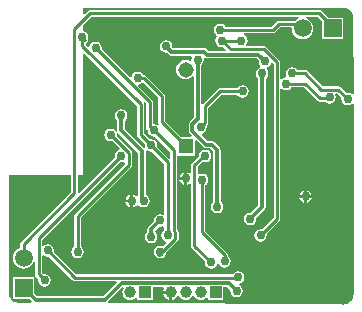
<source format=gbl>
G04*
G04 #@! TF.GenerationSoftware,Altium Limited,Altium Designer,18.0.9 (584)*
G04*
G04 Layer_Physical_Order=2*
G04 Layer_Color=16711680*
%FSLAX25Y25*%
%MOIN*%
G70*
G01*
G75*
%ADD14C,0.01000*%
%ADD56C,0.01200*%
%ADD57C,0.05150*%
%ADD58R,0.05150X0.05150*%
%ADD59R,0.03937X0.03937*%
%ADD60C,0.03937*%
%ADD61C,0.05906*%
%ADD62R,0.05906X0.05906*%
%ADD63R,0.05906X0.05906*%
%ADD64C,0.03000*%
G36*
X213013Y199339D02*
X213645Y199077D01*
X214213Y198697D01*
X214697Y198213D01*
X215077Y197645D01*
X215339Y197013D01*
X215472Y196342D01*
Y196067D01*
X215469Y196035D01*
X215471Y196024D01*
X215422Y195779D01*
X215422Y195722D01*
X215472Y195468D01*
X215488Y170705D01*
X215132Y170561D01*
X214988Y170531D01*
X214319Y170978D01*
X213500Y171141D01*
X213037Y171049D01*
X211193Y172893D01*
X210829Y173136D01*
X210400Y173222D01*
X210400Y173222D01*
X205240D01*
X200169Y178293D01*
X199805Y178536D01*
X199376Y178622D01*
X199376Y178622D01*
X196776D01*
X196514Y179014D01*
X195819Y179478D01*
X195000Y179641D01*
X194181Y179478D01*
X193486Y179014D01*
X193022Y178319D01*
X192859Y177500D01*
X193022Y176681D01*
X193078Y176597D01*
X192807Y176103D01*
X192181Y175978D01*
X191622Y175605D01*
X191122Y175800D01*
Y181177D01*
X191122Y181177D01*
X191036Y181606D01*
X190793Y181970D01*
X190793Y181970D01*
X186470Y186293D01*
X186106Y186536D01*
X185677Y186622D01*
X185677Y186622D01*
X180039D01*
X179771Y187122D01*
X180078Y187581D01*
X180241Y188400D01*
X180078Y189219D01*
X179614Y189914D01*
X178919Y190378D01*
X178918Y190378D01*
X178967Y190878D01*
X188500D01*
X188500Y190878D01*
X188929Y190964D01*
X189293Y191207D01*
X190965Y192878D01*
X194587D01*
X194917Y192502D01*
X194917Y192500D01*
X195039Y191573D01*
X195397Y190708D01*
X195966Y189966D01*
X196708Y189397D01*
X197573Y189039D01*
X198500Y188917D01*
X199427Y189039D01*
X200292Y189397D01*
X201034Y189966D01*
X201603Y190708D01*
X201961Y191573D01*
X202083Y192500D01*
X201961Y193427D01*
X201603Y194292D01*
X201034Y195034D01*
X200292Y195603D01*
X199579Y195898D01*
X199679Y196398D01*
X203665D01*
X204947Y195117D01*
Y188947D01*
X212053D01*
Y196053D01*
X207183D01*
X204923Y198313D01*
X204559Y198556D01*
X204130Y198642D01*
X204130Y198642D01*
X127760D01*
X127331Y198556D01*
X126967Y198313D01*
X126967Y198313D01*
X125824Y197171D01*
X125363Y197362D01*
X125367Y199472D01*
X211433D01*
X211465Y199469D01*
X211476Y199471D01*
X211722Y199422D01*
X211778D01*
X212032Y199472D01*
X212342D01*
X213013Y199339D01*
D02*
G37*
G36*
X197421Y195898D02*
X196708Y195603D01*
X196080Y195122D01*
X190500D01*
X190500Y195122D01*
X190071Y195036D01*
X189707Y194793D01*
X189707Y194793D01*
X188035Y193122D01*
X172776D01*
X172514Y193514D01*
X171819Y193978D01*
X171000Y194141D01*
X170181Y193978D01*
X169486Y193514D01*
X169022Y192819D01*
X168859Y192000D01*
X169022Y191181D01*
X169486Y190486D01*
X169781Y190289D01*
X170086Y189914D01*
X169622Y189219D01*
X169459Y188400D01*
X169622Y187581D01*
X170086Y186886D01*
X170781Y186422D01*
X171600Y186259D01*
X172063Y186351D01*
X172928Y185485D01*
X172737Y185023D01*
X167207D01*
X166665Y185565D01*
X166268Y185830D01*
X165800Y185924D01*
X155472D01*
X155110Y186342D01*
X155141Y186500D01*
X154978Y187319D01*
X154514Y188014D01*
X153819Y188478D01*
X153000Y188641D01*
X152181Y188478D01*
X151486Y188014D01*
X151022Y187319D01*
X150859Y186500D01*
X151022Y185681D01*
X151486Y184986D01*
X152181Y184522D01*
X153000Y184359D01*
X153343Y184427D01*
X153935Y183835D01*
X154332Y183570D01*
X154800Y183476D01*
X161431D01*
X161666Y183036D01*
X161522Y182819D01*
X161359Y182000D01*
X161368Y181955D01*
X160920Y181643D01*
X160329Y181888D01*
X159500Y181998D01*
X158671Y181888D01*
X157899Y181569D01*
X157236Y181060D01*
X156727Y180396D01*
X156407Y179624D01*
X156298Y178795D01*
X156407Y177966D01*
X156727Y177194D01*
X157236Y176531D01*
X157899Y176022D01*
X158671Y175702D01*
X159500Y175593D01*
X160329Y175702D01*
X161101Y176022D01*
X161764Y176531D01*
X161776Y176547D01*
X162276Y176377D01*
Y162825D01*
X160935Y161484D01*
X160670Y161087D01*
X160576Y160618D01*
Y158382D01*
X160670Y157913D01*
X160935Y157517D01*
X161610Y156842D01*
X161418Y156379D01*
X157911D01*
X152622Y161669D01*
Y170000D01*
X152622Y170000D01*
X152536Y170429D01*
X152293Y170793D01*
X152293Y170793D01*
X146293Y176793D01*
X145929Y177036D01*
X145500Y177122D01*
X145500Y177122D01*
X145276D01*
X145014Y177514D01*
X144319Y177978D01*
X143500Y178141D01*
X142681Y177978D01*
X141986Y177514D01*
X141522Y176819D01*
X141431Y176362D01*
X140888Y176198D01*
X131549Y185537D01*
X131641Y186000D01*
X131478Y186819D01*
X131014Y187514D01*
X130319Y187978D01*
X129500Y188141D01*
X128681Y187978D01*
X127986Y187514D01*
X127522Y186819D01*
X127460Y186510D01*
X126918Y186345D01*
X126229Y187034D01*
X126316Y187561D01*
X126329Y187564D01*
X126693Y187807D01*
X126936Y188171D01*
X127022Y188600D01*
X126992Y188749D01*
X127141Y189500D01*
X126978Y190319D01*
X126514Y191014D01*
X125819Y191478D01*
X125351Y191571D01*
X125355Y193529D01*
X128225Y196398D01*
X197321D01*
X197421Y195898D01*
D02*
G37*
G36*
X166232Y182670D02*
X166700Y182577D01*
X183193D01*
X183927Y181843D01*
X183859Y181500D01*
X184022Y180681D01*
X184449Y180041D01*
X184401Y179757D01*
X184308Y179504D01*
X184181Y179478D01*
X183486Y179014D01*
X183022Y178319D01*
X182859Y177500D01*
X183022Y176681D01*
X183486Y175986D01*
X183776Y175792D01*
Y133507D01*
X181343Y131073D01*
X181000Y131141D01*
X180181Y130978D01*
X179486Y130514D01*
X179022Y129819D01*
X178859Y129000D01*
X179022Y128181D01*
X179486Y127486D01*
X180181Y127022D01*
X181000Y126859D01*
X181819Y127022D01*
X182514Y127486D01*
X182978Y128181D01*
X183141Y129000D01*
X183073Y129343D01*
X185865Y132135D01*
X186130Y132532D01*
X186223Y133000D01*
Y175792D01*
X186514Y175986D01*
X186978Y176681D01*
X187141Y177500D01*
X186978Y178319D01*
X186551Y178959D01*
X186599Y179243D01*
X186692Y179497D01*
X186819Y179522D01*
X187514Y179986D01*
X187978Y180681D01*
X188029Y180938D01*
X188508Y181083D01*
X188878Y180712D01*
Y129465D01*
X184963Y125549D01*
X184500Y125641D01*
X183681Y125478D01*
X182986Y125014D01*
X182522Y124319D01*
X182359Y123500D01*
X182522Y122681D01*
X182986Y121986D01*
X183681Y121522D01*
X184500Y121359D01*
X185319Y121522D01*
X186014Y121986D01*
X186478Y122681D01*
X186641Y123500D01*
X186549Y123963D01*
X190793Y128207D01*
X190793Y128207D01*
X191036Y128571D01*
X191122Y129000D01*
Y172200D01*
X191622Y172395D01*
X192181Y172022D01*
X193000Y171859D01*
X193819Y172022D01*
X194514Y172486D01*
X194776Y172878D01*
X198948D01*
X203382Y168445D01*
X203382Y168445D01*
X203746Y168202D01*
X204175Y168116D01*
X205899D01*
X205986Y167986D01*
X206681Y167522D01*
X207500Y167359D01*
X208319Y167522D01*
X209014Y167986D01*
X209478Y168681D01*
X209641Y169500D01*
X209478Y170319D01*
X209444Y170371D01*
X209685Y170857D01*
X210024Y170890D01*
X211451Y169463D01*
X211359Y169000D01*
X211522Y168181D01*
X211986Y167486D01*
X212681Y167022D01*
X213500Y166859D01*
X214319Y167022D01*
X214990Y167470D01*
X215125Y167442D01*
X215490Y167299D01*
X215531Y104122D01*
X215529Y104103D01*
X215488Y103951D01*
X215465Y103621D01*
X215354Y103052D01*
X215164Y102531D01*
X214896Y102047D01*
X214555Y101610D01*
X214150Y101231D01*
X213691Y100921D01*
X213189Y100686D01*
X212923Y100609D01*
X212770Y100529D01*
X212725Y100529D01*
X212605Y100506D01*
X212483Y100511D01*
X212416Y100501D01*
X212281Y100485D01*
X212145Y100475D01*
X212009Y100469D01*
X212007D01*
X211976Y100472D01*
X211964Y100470D01*
X211731Y100518D01*
X133826Y100888D01*
X133620Y101389D01*
X138458Y106228D01*
X138835Y105897D01*
X138756Y105795D01*
X138498Y105171D01*
X138409Y104500D01*
X138498Y103830D01*
X138756Y103205D01*
X139168Y102668D01*
X139705Y102256D01*
X140330Y101998D01*
X141000Y101909D01*
X141671Y101998D01*
X142295Y102256D01*
X142832Y102668D01*
X142931Y102798D01*
X143431Y102628D01*
Y101932D01*
X148568D01*
Y106445D01*
X152125D01*
X152371Y105945D01*
X152256Y105795D01*
X151998Y105171D01*
X151962Y104900D01*
X154500D01*
Y104500D01*
X154900D01*
Y101962D01*
X155171Y101998D01*
X155795Y102256D01*
X156332Y102668D01*
X156725Y103181D01*
X156995Y103220D01*
X157005D01*
X157275Y103181D01*
X157668Y102668D01*
X158205Y102256D01*
X158829Y101998D01*
X159500Y101909D01*
X160170Y101998D01*
X160795Y102256D01*
X161332Y102668D01*
X161725Y103181D01*
X161995Y103220D01*
X162005D01*
X162275Y103181D01*
X162668Y102668D01*
X163205Y102256D01*
X163830Y101998D01*
X164500Y101909D01*
X165171Y101998D01*
X165795Y102256D01*
X166332Y102668D01*
X166431Y102798D01*
X166931Y102628D01*
Y101932D01*
X172069D01*
Y106445D01*
X173325D01*
X174427Y105343D01*
X174359Y105000D01*
X174522Y104181D01*
X174986Y103486D01*
X175681Y103022D01*
X176500Y102859D01*
X177319Y103022D01*
X178014Y103486D01*
X178478Y104181D01*
X178641Y105000D01*
X178478Y105819D01*
X178014Y106514D01*
X177395Y106928D01*
X177390Y107236D01*
X177448Y107448D01*
X177819Y107522D01*
X178514Y107986D01*
X178978Y108681D01*
X179141Y109500D01*
X178978Y110319D01*
X178514Y111014D01*
X177819Y111478D01*
X177000Y111641D01*
X176181Y111478D01*
X175486Y111014D01*
X175157Y110522D01*
X123065D01*
X115549Y118037D01*
X115641Y118500D01*
X115478Y119319D01*
X115014Y120014D01*
X114319Y120478D01*
X113500Y120641D01*
X112681Y120478D01*
X112122Y120105D01*
X111622Y120300D01*
Y122035D01*
X137537Y147951D01*
X138000Y147859D01*
X138819Y148022D01*
X138871Y148056D01*
X139357Y147815D01*
X139390Y147476D01*
X122707Y130793D01*
X122464Y130429D01*
X122378Y130000D01*
X122378Y130000D01*
Y119776D01*
X121986Y119514D01*
X121522Y118819D01*
X121359Y118000D01*
X121522Y117181D01*
X121986Y116486D01*
X122681Y116022D01*
X123500Y115859D01*
X124319Y116022D01*
X125014Y116486D01*
X125478Y117181D01*
X125641Y118000D01*
X125478Y118819D01*
X125014Y119514D01*
X124622Y119776D01*
Y129535D01*
X141393Y146307D01*
X141393Y146307D01*
X141636Y146671D01*
X141722Y147100D01*
Y151077D01*
X141722Y151077D01*
X141636Y151506D01*
X141393Y151870D01*
X141393Y151870D01*
X136578Y156685D01*
X136641Y157000D01*
X136507Y157675D01*
X136978Y157870D01*
X137135Y157635D01*
X143777Y150993D01*
Y136673D01*
X143611Y136521D01*
X143014Y136514D01*
X142319Y136978D01*
X141900Y137062D01*
Y135000D01*
Y132938D01*
X142319Y133022D01*
X143014Y133486D01*
X143199Y133763D01*
X143801D01*
X143986Y133486D01*
X144681Y133022D01*
X145500Y132859D01*
X146319Y133022D01*
X147014Y133486D01*
X147478Y134181D01*
X147641Y135000D01*
X147478Y135819D01*
X147014Y136514D01*
X146319Y136978D01*
X146223Y136997D01*
Y151500D01*
X146210Y151569D01*
X146660Y151870D01*
X147181Y151522D01*
X148000Y151359D01*
X148463Y151451D01*
X152478Y147435D01*
Y130568D01*
X152038Y130332D01*
X151819Y130478D01*
X151000Y130641D01*
X150181Y130478D01*
X149486Y130014D01*
X149022Y129319D01*
X148859Y128500D01*
X148927Y128157D01*
X147135Y126365D01*
X146870Y125968D01*
X146776Y125500D01*
Y124708D01*
X146486Y124514D01*
X146022Y123819D01*
X145859Y123000D01*
X146022Y122181D01*
X146486Y121486D01*
X147181Y121022D01*
X148000Y120859D01*
X148819Y121022D01*
X149514Y121486D01*
X149978Y122181D01*
X150141Y123000D01*
X149978Y123819D01*
X149514Y124514D01*
X149422Y124575D01*
X149379Y125148D01*
X150657Y126427D01*
X151000Y126359D01*
X151819Y126522D01*
X152038Y126668D01*
X152478Y126432D01*
Y125343D01*
X151986Y125014D01*
X151522Y124319D01*
X151359Y123500D01*
X151522Y122681D01*
X151986Y121986D01*
X152681Y121522D01*
X152938Y121471D01*
X153083Y120992D01*
X151969Y119878D01*
X151819Y119978D01*
X151000Y120141D01*
X150181Y119978D01*
X149486Y119514D01*
X149022Y118819D01*
X148859Y118000D01*
X148901Y117789D01*
X148878Y117677D01*
X148964Y117248D01*
X149207Y116884D01*
X149247Y116844D01*
X149486Y116486D01*
X149844Y116247D01*
X149884Y116207D01*
X149884Y116207D01*
X150248Y115964D01*
X150677Y115878D01*
X150789Y115901D01*
X151000Y115859D01*
X151819Y116022D01*
X152514Y116486D01*
X152978Y117181D01*
X153111Y117848D01*
X156893Y121630D01*
X157136Y121994D01*
X157222Y122423D01*
X157222Y122423D01*
Y124577D01*
X157222Y124577D01*
X157136Y125006D01*
X156893Y125370D01*
X156893Y125370D01*
X156722Y125541D01*
Y150030D01*
X162675D01*
Y155123D01*
X163137Y155315D01*
X165516Y152935D01*
X165913Y152670D01*
X166382Y152576D01*
X167693D01*
X168777Y151493D01*
Y134708D01*
X168486Y134514D01*
X168022Y133819D01*
X167859Y133000D01*
X168022Y132181D01*
X168486Y131486D01*
X169181Y131022D01*
X170000Y130859D01*
X170819Y131022D01*
X171514Y131486D01*
X171978Y132181D01*
X172141Y133000D01*
X171978Y133819D01*
X171514Y134514D01*
X171223Y134708D01*
Y152000D01*
X171130Y152468D01*
X170865Y152865D01*
X169065Y154665D01*
X168668Y154930D01*
X168200Y155024D01*
X166888D01*
X164919Y156993D01*
X165064Y157471D01*
X165319Y157522D01*
X166014Y157986D01*
X166478Y158681D01*
X166641Y159500D01*
X166549Y159963D01*
X166793Y160207D01*
X167036Y160571D01*
X167122Y161000D01*
X167122Y161000D01*
Y166035D01*
X171465Y170378D01*
X176724D01*
X176986Y169986D01*
X177681Y169522D01*
X178500Y169359D01*
X179319Y169522D01*
X180014Y169986D01*
X180478Y170681D01*
X180641Y171500D01*
X180478Y172319D01*
X180014Y173014D01*
X179319Y173478D01*
X178500Y173641D01*
X177681Y173478D01*
X176986Y173014D01*
X176724Y172622D01*
X171000D01*
X171000Y172622D01*
X170571Y172536D01*
X170207Y172293D01*
X170207Y172293D01*
X165224Y167310D01*
X165152Y167313D01*
X164724Y167470D01*
Y180292D01*
X165014Y180486D01*
X165478Y181181D01*
X165641Y182000D01*
X165530Y182560D01*
X165985Y182835D01*
X166232Y182670D01*
D02*
G37*
G36*
X150378Y169535D02*
Y161205D01*
X150378Y161205D01*
X150464Y160775D01*
X150617Y160547D01*
X150256Y160186D01*
X149819Y160478D01*
X149000Y160641D01*
X148622Y160952D01*
Y168000D01*
X148536Y168429D01*
X148293Y168793D01*
X148293Y168793D01*
X143698Y173388D01*
X143862Y173931D01*
X144319Y174022D01*
X145014Y174486D01*
X145391Y174523D01*
X150378Y169535D01*
D02*
G37*
G36*
X143378Y166712D02*
Y157000D01*
X143378Y157000D01*
X143464Y156571D01*
X143707Y156207D01*
X145951Y153963D01*
X145859Y153500D01*
X145964Y152974D01*
X145503Y152728D01*
X139224Y159007D01*
Y161792D01*
X139514Y161986D01*
X139978Y162681D01*
X140141Y163500D01*
X139978Y164319D01*
X139514Y165014D01*
X138819Y165478D01*
X138000Y165641D01*
X137181Y165478D01*
X136486Y165014D01*
X136022Y164319D01*
X135859Y163500D01*
X136022Y162681D01*
X136486Y161986D01*
X136776Y161792D01*
Y158500D01*
X136841Y158177D01*
X136370Y157982D01*
X136014Y158514D01*
X135319Y158978D01*
X134500Y159141D01*
X133681Y158978D01*
X132986Y158514D01*
X132522Y157819D01*
X132359Y157000D01*
X132522Y156181D01*
X132986Y155486D01*
X133681Y155022D01*
X134500Y154859D01*
X135110Y154980D01*
X137583Y152508D01*
X137438Y152029D01*
X137181Y151978D01*
X136486Y151514D01*
X136022Y150819D01*
X135859Y150000D01*
X135951Y149537D01*
X124022Y137608D01*
X123522Y137815D01*
Y143820D01*
X125250D01*
X125335Y184103D01*
X125797Y184294D01*
X143378Y166712D01*
D02*
G37*
G36*
X146378Y167535D02*
Y159500D01*
X146378Y159500D01*
X146464Y159071D01*
X146707Y158707D01*
X146868Y158546D01*
X146859Y158500D01*
X147022Y157681D01*
X147486Y156986D01*
X148181Y156522D01*
X149000Y156359D01*
X149463Y156451D01*
X154478Y151435D01*
Y149315D01*
X153978Y149108D01*
X150049Y153037D01*
X150141Y153500D01*
X149978Y154319D01*
X149514Y155014D01*
X148819Y155478D01*
X148000Y155641D01*
X147537Y155549D01*
X145622Y157465D01*
Y167177D01*
X145536Y167606D01*
X145406Y167800D01*
X145795Y168119D01*
X146378Y167535D01*
D02*
G37*
G36*
X121278Y138035D02*
X104707Y121463D01*
X104464Y121099D01*
X104378Y120670D01*
X104378Y120670D01*
Y119381D01*
X103708Y119103D01*
X102966Y118534D01*
X102397Y117792D01*
X102039Y116927D01*
X101917Y116000D01*
X102039Y115073D01*
X102397Y114208D01*
X102966Y113466D01*
X103708Y112897D01*
X104573Y112539D01*
X105500Y112417D01*
X106427Y112539D01*
X107292Y112897D01*
X108034Y113466D01*
X108603Y114208D01*
X108878Y114873D01*
X109378Y114773D01*
Y110500D01*
X109378Y110500D01*
X109464Y110071D01*
X109707Y109707D01*
X110451Y108963D01*
X110359Y108500D01*
X110522Y107681D01*
X110986Y106986D01*
X111681Y106522D01*
X112500Y106359D01*
X113319Y106522D01*
X114014Y106986D01*
X114478Y107681D01*
X114641Y108500D01*
X114478Y109319D01*
X114014Y110014D01*
X113319Y110478D01*
X112500Y110641D01*
X112037Y110549D01*
X111622Y110965D01*
Y116700D01*
X112122Y116895D01*
X112681Y116522D01*
X113500Y116359D01*
X113963Y116451D01*
X121807Y108607D01*
X121807Y108607D01*
X122171Y108364D01*
X122600Y108278D01*
X136395D01*
X136586Y107817D01*
X131993Y103224D01*
X110007D01*
X109053Y104178D01*
Y109553D01*
X101947D01*
Y102447D01*
X107322D01*
X108260Y101510D01*
X108052Y101011D01*
X104571Y101028D01*
X104539Y101030D01*
X104526Y101029D01*
X104278Y101078D01*
X104276Y101078D01*
X104274Y101078D01*
X104218Y101078D01*
X103968Y101028D01*
X103658D01*
X102987Y101161D01*
X102355Y101423D01*
X101787Y101803D01*
X101303Y102287D01*
X100923Y102855D01*
X100661Y103487D01*
X100528Y104158D01*
Y104500D01*
Y143820D01*
X121278D01*
Y138035D01*
D02*
G37*
%LPC*%
G36*
X166000Y152141D02*
X165181Y151978D01*
X164486Y151514D01*
X164022Y150819D01*
X163859Y150000D01*
X163868Y149954D01*
X161607Y147693D01*
X161364Y147329D01*
X161278Y146900D01*
X161278Y146900D01*
Y144439D01*
X160778Y144171D01*
X160319Y144478D01*
X159900Y144562D01*
Y142500D01*
Y140438D01*
X160319Y140522D01*
X160778Y140829D01*
X161278Y140561D01*
Y120100D01*
X161278Y120100D01*
X161364Y119671D01*
X161607Y119307D01*
X165951Y114963D01*
X165859Y114500D01*
X166022Y113681D01*
X166486Y112986D01*
X167181Y112522D01*
X168000Y112359D01*
X168819Y112522D01*
X169514Y112986D01*
X169978Y113681D01*
X170035Y113967D01*
X170356Y114035D01*
X170555Y114020D01*
X170986Y113376D01*
X171681Y112912D01*
X172500Y112749D01*
X173319Y112912D01*
X174014Y113376D01*
X174478Y114071D01*
X174641Y114890D01*
X174478Y115709D01*
X174014Y116404D01*
X173622Y116666D01*
Y117000D01*
X173536Y117429D01*
X173293Y117793D01*
X173293Y117793D01*
X166122Y124965D01*
Y140224D01*
X166514Y140486D01*
X166978Y141181D01*
X167141Y142000D01*
X166978Y142819D01*
X166514Y143514D01*
X165819Y143978D01*
X165000Y144141D01*
X164181Y143978D01*
X163962Y143832D01*
X163522Y144068D01*
Y146435D01*
X165137Y148051D01*
X165181Y148022D01*
X166000Y147859D01*
X166819Y148022D01*
X167514Y148486D01*
X167978Y149181D01*
X168141Y150000D01*
X167978Y150819D01*
X167514Y151514D01*
X166819Y151978D01*
X166000Y152141D01*
D02*
G37*
G36*
X159100Y144562D02*
X158681Y144478D01*
X157986Y144014D01*
X157522Y143319D01*
X157438Y142900D01*
X159100D01*
Y144562D01*
D02*
G37*
G36*
Y142100D02*
X157438D01*
X157522Y141681D01*
X157986Y140986D01*
X158681Y140522D01*
X159100Y140438D01*
Y142100D01*
D02*
G37*
G36*
X199900Y138562D02*
Y136900D01*
X201562D01*
X201478Y137319D01*
X201014Y138014D01*
X200319Y138478D01*
X199900Y138562D01*
D02*
G37*
G36*
X199100D02*
X198681Y138478D01*
X197986Y138014D01*
X197522Y137319D01*
X197438Y136900D01*
X199100D01*
Y138562D01*
D02*
G37*
G36*
X141100Y137062D02*
X140681Y136978D01*
X139986Y136514D01*
X139522Y135819D01*
X139438Y135400D01*
X141100D01*
Y137062D01*
D02*
G37*
G36*
X201562Y136100D02*
X199900D01*
Y134438D01*
X200319Y134522D01*
X201014Y134986D01*
X201478Y135681D01*
X201562Y136100D01*
D02*
G37*
G36*
X199100D02*
X197438D01*
X197522Y135681D01*
X197986Y134986D01*
X198681Y134522D01*
X199100Y134438D01*
Y136100D01*
D02*
G37*
G36*
X141100Y134600D02*
X139438D01*
X139522Y134181D01*
X139986Y133486D01*
X140681Y133022D01*
X141100Y132938D01*
Y134600D01*
D02*
G37*
G36*
X154100Y104100D02*
X151962D01*
X151998Y103830D01*
X152256Y103205D01*
X152668Y102668D01*
X153205Y102256D01*
X153830Y101998D01*
X154100Y101962D01*
Y104100D01*
D02*
G37*
%LPD*%
D14*
X190500Y194000D02*
X199000D01*
X171000Y171500D02*
X178500D01*
X166000Y166500D02*
X171000Y171500D01*
X172500Y114890D02*
Y117000D01*
X105500Y120670D02*
X122400Y137570D01*
Y192160D02*
X127760Y197520D01*
X122400Y137570D02*
Y192160D01*
X125000Y186677D02*
Y189500D01*
X125900Y188600D01*
X127760Y197520D02*
X204130D01*
X105500Y116000D02*
Y120670D01*
X204130Y197520D02*
X208500Y193150D01*
Y192500D02*
Y193150D01*
X190000Y129000D02*
Y181177D01*
X184500Y123500D02*
X190000Y129000D01*
X185677Y185500D02*
X190000Y181177D01*
X174500Y185500D02*
X185677D01*
X165000Y124500D02*
X172500Y117000D01*
X176900Y109400D02*
X177000Y109500D01*
X122600Y109400D02*
X176900D01*
X188500Y192000D02*
X190500Y194000D01*
X171000Y192000D02*
X188500D01*
X165500Y150000D02*
X166000D01*
X165000Y124500D02*
Y142000D01*
Y143000D01*
X155600Y125077D02*
Y151900D01*
X148000Y153500D02*
X153600Y147900D01*
Y123600D02*
Y147900D01*
X166000Y161000D02*
Y166500D01*
X164500Y159500D02*
X166000Y161000D01*
X149000Y158500D02*
X155600Y151900D01*
X151500Y161205D02*
X159500Y153205D01*
X140600Y147100D02*
Y151077D01*
X123500Y130000D02*
X140600Y147100D01*
X162400Y120100D02*
Y146900D01*
X165500Y150000D01*
X155600Y125077D02*
X156100Y124577D01*
X150677Y117000D02*
X156100Y122423D01*
Y124577D01*
X153500Y123500D02*
X153600Y123600D01*
X150323Y118000D02*
X151000D01*
X150000Y117677D02*
X150323Y118000D01*
X150000Y117677D02*
X150677Y117000D01*
X113500Y118500D02*
X122600Y109400D01*
X210400Y172100D02*
X213500Y169000D01*
X204776Y172100D02*
X210400D01*
X199376Y177500D02*
X204776Y172100D01*
X195000Y177500D02*
X199376D01*
X162400Y120100D02*
X168000Y114500D01*
X134500Y157000D02*
X134677D01*
X148500Y158500D02*
X149000D01*
X144500Y157000D02*
Y167177D01*
Y157000D02*
X148000Y153500D01*
X151500Y161205D02*
Y170000D01*
X147500Y159500D02*
Y168000D01*
X125000Y186677D02*
X144500Y167177D01*
X110500Y122500D02*
X138000Y150000D01*
X110500Y110500D02*
X112500Y108500D01*
X110500Y110500D02*
Y122500D01*
X134677Y157000D02*
X140600Y151077D01*
X123500Y118000D02*
Y130000D01*
X143500Y176000D02*
X145500D01*
X129500Y186000D02*
X147500Y168000D01*
X145500Y176000D02*
X151500Y170000D01*
X204175Y169238D02*
X207238D01*
X207500Y169500D01*
X199413Y174000D02*
X204175Y169238D01*
X193000Y174000D02*
X199413D01*
X171600Y188400D02*
X174500Y185500D01*
X171600Y188400D02*
X178100D01*
X147500Y159500D02*
X148500Y158500D01*
X146000Y104500D02*
Y105968D01*
D56*
X185000Y133000D02*
Y177500D01*
X138169Y107668D02*
X173831D01*
X165800Y184700D02*
X166700Y183800D01*
X153000Y186500D02*
X154800Y184700D01*
X181000Y129000D02*
X185000Y133000D01*
X170000D02*
Y152000D01*
X168200Y153800D02*
X170000Y152000D01*
X166382Y153800D02*
X168200D01*
X161800Y158382D02*
X166382Y153800D01*
X183700Y183800D02*
X186000Y181500D01*
X166700Y183800D02*
X183700D01*
X148000Y125500D02*
X151000Y128500D01*
X148000Y123000D02*
Y125500D01*
X163500Y162318D02*
Y182000D01*
X154800Y184700D02*
X165800D01*
X161800Y160618D02*
X163500Y162318D01*
X161800Y158382D02*
Y160618D01*
X145000Y135500D02*
Y151500D01*
X138000Y158500D02*
X145000Y151500D01*
X132500Y102000D02*
X138169Y107668D01*
X109500Y102000D02*
X132500D01*
X145000Y135500D02*
X145500Y135000D01*
X173831Y107668D02*
X176500Y105000D01*
X138000Y158500D02*
Y163500D01*
X105500Y106000D02*
X109500Y102000D01*
D57*
X159500Y178795D02*
D03*
D58*
Y153205D02*
D03*
D59*
X146000Y104500D02*
D03*
X169500D02*
D03*
D60*
X141000D02*
D03*
X164500D02*
D03*
X159500D02*
D03*
X154500D02*
D03*
D61*
X198500Y192500D02*
D03*
X105500Y116000D02*
D03*
D62*
X208500Y192500D02*
D03*
D63*
X105500Y106000D02*
D03*
D64*
X178500Y171500D02*
D03*
X185000Y177500D02*
D03*
X172500Y114890D02*
D03*
X125000Y189500D02*
D03*
X186000Y181500D02*
D03*
X177000Y109500D02*
D03*
X184500Y123500D02*
D03*
X148000Y123000D02*
D03*
X151000Y128500D02*
D03*
X153000Y186500D02*
D03*
X163500Y182000D02*
D03*
X166000Y150000D02*
D03*
X165000Y142000D02*
D03*
X164500Y159500D02*
D03*
X153500Y123500D02*
D03*
X151000Y118000D02*
D03*
X145500Y135000D02*
D03*
X159500Y142500D02*
D03*
X199500Y136500D02*
D03*
X134500Y157000D02*
D03*
X138000Y163500D02*
D03*
X149000Y158500D02*
D03*
X138000Y150000D02*
D03*
X112500Y108500D02*
D03*
X113500Y118500D02*
D03*
X123500Y118000D02*
D03*
X143500Y176000D02*
D03*
X207500Y169500D02*
D03*
X193000Y174000D02*
D03*
X195000Y177500D02*
D03*
X213500Y169000D02*
D03*
X178100Y188400D02*
D03*
X171600D02*
D03*
X171000Y192000D02*
D03*
X181000Y129000D02*
D03*
X148000Y153500D02*
D03*
X170000Y133000D02*
D03*
X168000Y114500D02*
D03*
X141500Y135000D02*
D03*
X129500Y186000D02*
D03*
X176500Y105000D02*
D03*
M02*

</source>
